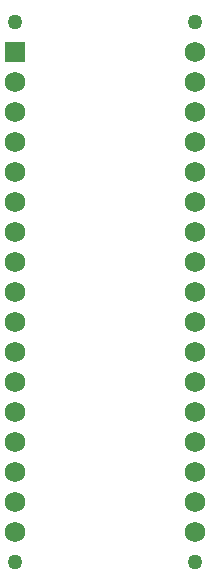
<source format=gbr>
G04 #@! TF.GenerationSoftware,KiCad,Pcbnew,(5.0.0)*
G04 #@! TF.CreationDate,2020-10-19T16:45:57-06:00*
G04 #@! TF.ProjectId,BlueMacro_LED_Tester,426C75654D6163726F5F4C45445F5465,rev?*
G04 #@! TF.SameCoordinates,Original*
G04 #@! TF.FileFunction,Copper,L2,Bot,Signal*
G04 #@! TF.FilePolarity,Positive*
%FSLAX46Y46*%
G04 Gerber Fmt 4.6, Leading zero omitted, Abs format (unit mm)*
G04 Created by KiCad (PCBNEW (5.0.0)) date 10/19/20 16:45:57*
%MOMM*%
%LPD*%
G01*
G04 APERTURE LIST*
G04 #@! TA.AperFunction,ComponentPad*
%ADD10C,1.750000*%
G04 #@! TD*
G04 #@! TA.AperFunction,ComponentPad*
%ADD11R,1.750000X1.750000*%
G04 #@! TD*
G04 #@! TA.AperFunction,WasherPad*
%ADD12C,1.270000*%
G04 #@! TD*
G04 APERTURE END LIST*
D10*
G04 #@! TO.P,U1,13*
G04 #@! TO.N,Net-(R23-Pad2)*
X133350000Y-97790000D03*
G04 #@! TO.P,U1,14*
G04 #@! TO.N,Net-(R24-Pad2)*
X133350000Y-100330000D03*
G04 #@! TO.P,U1,15*
G04 #@! TO.N,Net-(R25-Pad2)*
X133350000Y-102870000D03*
G04 #@! TO.P,U1,16*
G04 #@! TO.N,Net-(R26-Pad2)*
X133350000Y-105410000D03*
G04 #@! TO.P,U1,17*
G04 #@! TO.N,Net-(R27-Pad2)*
X133350000Y-107950000D03*
G04 #@! TO.P,U1,18*
G04 #@! TO.N,Net-(R12-Pad2)*
X148590000Y-107950000D03*
G04 #@! TO.P,U1,19*
G04 #@! TO.N,Net-(R11-Pad2)*
X148590000Y-105410000D03*
G04 #@! TO.P,U1,20*
G04 #@! TO.N,N/C*
X148590000Y-102870000D03*
G04 #@! TO.P,U1,21*
G04 #@! TO.N,Net-(R10-Pad2)*
X148590000Y-100330000D03*
G04 #@! TO.P,U1,22*
G04 #@! TO.N,Net-(R9-Pad2)*
X148590000Y-97790000D03*
G04 #@! TO.P,U1,23*
G04 #@! TO.N,Net-(R8-Pad2)*
X148590000Y-95250000D03*
G04 #@! TO.P,U1,24*
G04 #@! TO.N,Net-(R7-Pad2)*
X148590000Y-92710000D03*
G04 #@! TO.P,U1,12*
G04 #@! TO.N,Net-(R22-Pad2)*
X133350000Y-95250000D03*
G04 #@! TO.P,U1,11*
G04 #@! TO.N,Net-(R21-Pad2)*
X133350000Y-92710000D03*
G04 #@! TO.P,U1,10*
G04 #@! TO.N,Net-(R20-Pad2)*
X133350000Y-90170000D03*
G04 #@! TO.P,U1,9*
G04 #@! TO.N,Net-(R19-Pad2)*
X133350000Y-87630000D03*
G04 #@! TO.P,U1,8*
G04 #@! TO.N,Net-(R18-Pad2)*
X133350000Y-85090000D03*
G04 #@! TO.P,U1,7*
G04 #@! TO.N,Net-(R17-Pad2)*
X133350000Y-82550000D03*
G04 #@! TO.P,U1,6*
G04 #@! TO.N,GND*
X133350000Y-80010000D03*
G04 #@! TO.P,U1,5*
G04 #@! TO.N,Net-(SW2-Pad1)*
X133350000Y-77470000D03*
G04 #@! TO.P,U1,4*
G04 #@! TO.N,Net-(R16-Pad2)*
X133350000Y-74930000D03*
G04 #@! TO.P,U1,3*
G04 #@! TO.N,Net-(R15-Pad2)*
X133350000Y-72390000D03*
G04 #@! TO.P,U1,2*
G04 #@! TO.N,Net-(R14-Pad2)*
X133350000Y-69850000D03*
D11*
G04 #@! TO.P,U1,1*
G04 #@! TO.N,Net-(R13-Pad2)*
X133350000Y-67310000D03*
D10*
G04 #@! TO.P,U1,29*
G04 #@! TO.N,Net-(R4-Pad2)*
X148590000Y-80010000D03*
G04 #@! TO.P,U1,28*
G04 #@! TO.N,N/C*
X148590000Y-82550000D03*
G04 #@! TO.P,U1,25*
G04 #@! TO.N,Net-(R6-Pad2)*
X148590000Y-90170000D03*
G04 #@! TO.P,U1,26*
G04 #@! TO.N,Net-(R5-Pad2)*
X148590000Y-87630000D03*
G04 #@! TO.P,U1,27*
G04 #@! TO.N,N/C*
X148590000Y-85090000D03*
G04 #@! TO.P,U1,30*
G04 #@! TO.N,Net-(SW1-Pad2)*
X148590000Y-77470000D03*
G04 #@! TO.P,U1,31*
G04 #@! TO.N,GND*
X148590000Y-74930000D03*
G04 #@! TO.P,U1,32*
G04 #@! TO.N,Net-(R3-Pad2)*
X148590000Y-72390000D03*
G04 #@! TO.P,U1,33*
G04 #@! TO.N,Net-(R2-Pad2)*
X148590000Y-69850000D03*
G04 #@! TO.P,U1,34*
G04 #@! TO.N,Net-(R1-Pad2)*
X148590000Y-67310000D03*
D12*
G04 #@! TO.P,U1,*
G04 #@! TO.N,*
X148590000Y-64770000D03*
X133350000Y-64770000D03*
X148590000Y-110490000D03*
X133350000Y-110490000D03*
G04 #@! TD*
M02*

</source>
